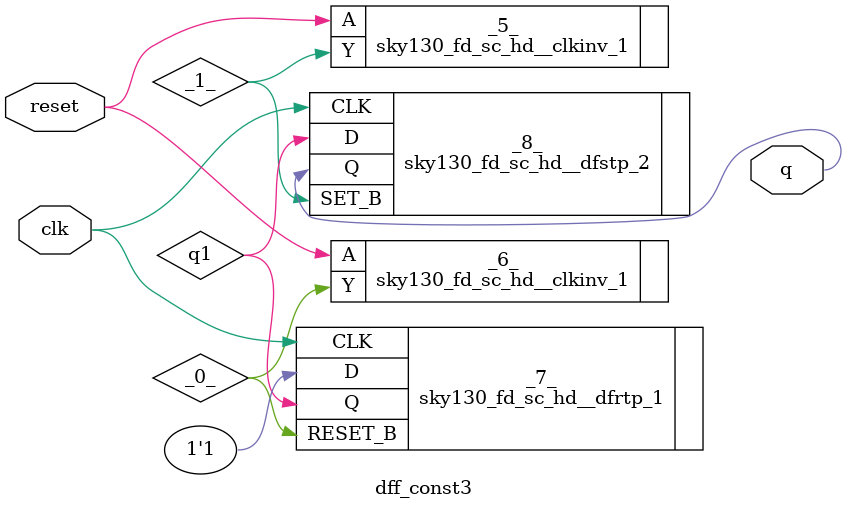
<source format=v>
/* Generated by Yosys 0.9 (git sha1 1979e0b) */

module dff_const3(clk, reset, q);
  wire _0_;
  wire _1_;
  wire _2_;
  wire _3_;
  wire _4_;
  input clk;
  output q;
  wire q1;
  input reset;
  sky130_fd_sc_hd__clkinv_1 _5_ (
    .A(_2_),
    .Y(_1_)
  );
  sky130_fd_sc_hd__clkinv_1 _6_ (
    .A(_2_),
    .Y(_0_)
  );
  sky130_fd_sc_hd__dfrtp_1 _7_ (
    .CLK(clk),
    .D(1'h1),
    .Q(q1),
    .RESET_B(_3_)
  );
  sky130_fd_sc_hd__dfstp_2 _8_ (
    .CLK(clk),
    .D(q1),
    .Q(q),
    .SET_B(_4_)
  );
  assign _2_ = reset;
  assign _4_ = _1_;
  assign _3_ = _0_;
endmodule

</source>
